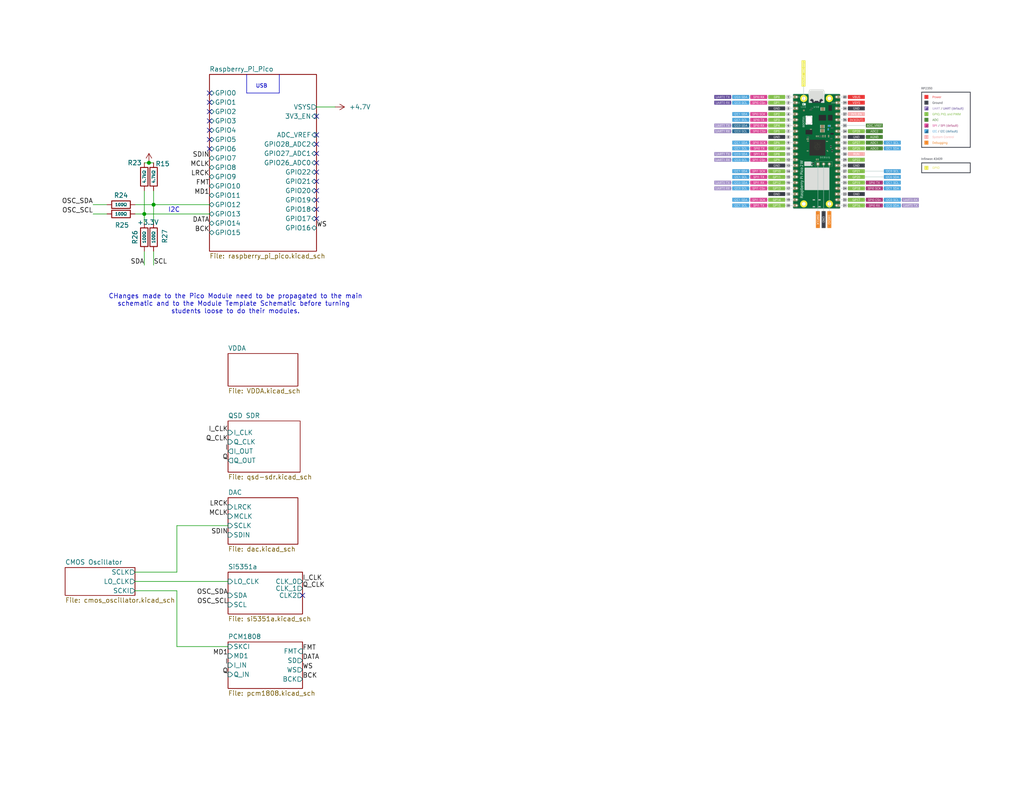
<source format=kicad_sch>
(kicad_sch (version 20250114) (generator "eeschema") (generator_version "9.0")
  (paper "USLetter")
  (lib_symbols
    (symbol "PCM_JLCPCB-Resistors:0805,100Ω" (pin_numbers (hide yes)) (pin_names (offset 0))
      (property "Reference" "R" (at 1.778 0 0))
      (property "Value" "100Ω" (at 0 0 90))
      (symbol "0805,100Ω_0_1"
        (rectangle (start -1.016 2.54) (end 1.016 -2.54) (stroke (width 0.254)))
      )
      (symbol "0805,100Ω_1_1"
        (pin passive line (at 0 3.81 270) (length 1.27) (name "~") (number "1"))
        (pin passive line (at 0 -3.81 90) (length 1.27) (name "~") (number "2"))
      )
    )
    (symbol "PCM_JLCPCB-Resistors:0805,4.7kΩ" (pin_numbers (hide yes)) (pin_names (offset 0))
      (property "Reference" "R" (at 1.778 0 0))
      (property "Value" "4.7kΩ" (at 0 0 90))
      (symbol "0805,4.7kΩ_0_1"
        (rectangle (start -1.016 2.54) (end 1.016 -2.54) (stroke (width 0.254)))
      )
      (symbol "0805,4.7kΩ_1_1"
        (pin passive line (at 0 3.81 270) (length 1.27) (name "~") (number "1"))
        (pin passive line (at 0 -3.81 90) (length 1.27) (name "~") (number "2"))
      )
    )
    (symbol "power:+3.3V" (power) (pin_names (offset 0))
      (property "Value" "+3.3V" (at 0 3.556 0))
      (symbol "+3.3V_0_1"
        (polyline (pts (xy -0.762 1.27) (xy 0 2.54)))
        (polyline (pts (xy 0 2.54) (xy 0.762 1.27)))
        (polyline (pts (xy 0 0) (xy 0 2.54)))
      )
      (symbol "+3.3V_1_1"
        (pin power_in line (at 0 0 90) (length 0) (hide yes) (name "+3.3V") (number "1"))
      )
    )
    (symbol "power:+5V" (power) (pin_names (offset 0))
      (property "Value" "+5V" (at 0 3.556 0))
      (symbol "+5V_0_1"
        (polyline (pts (xy -0.762 1.27) (xy 0 2.54)))
        (polyline (pts (xy 0 2.54) (xy 0.762 1.27)))
        (polyline (pts (xy 0 0) (xy 0 2.54)))
      )
      (symbol "+5V_1_1"
        (pin power_in line (at 0 0 90) (length 0) (hide yes) (name "+5V") (number "1"))
      )
    )
  )
  (text "CHanges made to the Pico Module need to be propagated to the main\nschematic and to the Module Template Schematic before turning \nstudents loose to do their modules." (at 64.262 83.058 0) (effects (font (size 1.27 1.27))))
  (text "I2C" (at 47.498 57.404 0) (effects (font (size 1.27 1.27))))
  (text "USB" (at 71.374 23.622 0) (effects (font (size 1.016 1.016))))
  (junction (at 39.37 58.42))
  (junction (at 40.64 44.45))
  (junction (at 41.91 55.88))
  (no_connect (at 86.36 59.69))
  (no_connect (at 86.36 49.53))
  (no_connect (at 57.15 27.94))
  (no_connect (at 57.15 25.4))
  (no_connect (at 86.36 44.45))
  (no_connect (at 57.15 35.56))
  (no_connect (at 57.15 30.48))
  (no_connect (at 86.36 52.07))
  (no_connect (at 57.15 33.02))
  (no_connect (at 86.36 54.61))
  (no_connect (at 82.55 162.56))
  (no_connect (at 86.36 46.99))
  (no_connect (at 57.15 40.64))
  (no_connect (at 86.36 39.37))
  (no_connect (at 86.36 36.83))
  (no_connect (at 57.15 38.1))
  (no_connect (at 86.36 41.91))
  (no_connect (at 86.36 57.15))
  (no_connect (at 86.36 31.75))
  (wire (pts (xy 36.83 55.88) (xy 41.91 55.88)))
  (wire (pts (xy 48.26 176.53) (xy 48.26 161.29)))
  (wire (pts (xy 41.91 68.58) (xy 41.91 72.39)))
  (wire (pts (xy 39.37 58.42) (xy 57.15 58.42)))
  (wire (pts (xy 39.37 68.58) (xy 39.37 72.39)))
  (polyline (pts (xy 67.31 25.4) (xy 76.2 25.4)))
  (wire (pts (xy 62.23 176.53) (xy 48.26 176.53)))
  (wire (pts (xy 41.91 52.07) (xy 41.91 55.88)))
  (wire (pts (xy 36.83 158.75) (xy 62.23 158.75)))
  (wire (pts (xy 25.4 58.42) (xy 29.21 58.42)))
  (wire (pts (xy 39.37 58.42) (xy 39.37 60.96)))
  (wire (pts (xy 39.37 52.07) (xy 39.37 58.42)))
  (wire (pts (xy 41.91 55.88) (xy 41.91 60.96)))
  (wire (pts (xy 39.37 44.45) (xy 40.64 44.45)))
  (wire (pts (xy 36.83 58.42) (xy 39.37 58.42)))
  (polyline (pts (xy 76.2 20.32) (xy 76.2 25.4)))
  (wire (pts (xy 91.44 29.21) (xy 86.36 29.21)))
  (wire (pts (xy 36.83 156.21) (xy 48.26 156.21)))
  (polyline (pts (xy 67.31 20.32) (xy 67.31 25.4)))
  (wire (pts (xy 48.26 143.51) (xy 62.23 143.51)))
  (wire (pts (xy 25.4 55.88) (xy 29.21 55.88)))
  (wire (pts (xy 48.26 156.21) (xy 48.26 143.51)))
  (wire (pts (xy 40.64 44.45) (xy 41.91 44.45)))
  (wire (pts (xy 48.26 161.29) (xy 36.83 161.29)))
  (wire (pts (xy 41.91 55.88) (xy 57.15 55.88)))
  (image (at 229.87 39.37))
  (label "WS" (at 82.55 182.88 0))
  (label "MCLK" (at 62.23 140.97 180))
  (label "SCL" (at 41.91 72.39 0))
  (label "OSC_SCL" (at 25.4 58.42 180))
  (label "I_CLK" (at 62.23 118.11 180))
  (label "DATA" (at 57.15 60.96 180))
  (label "BCK" (at 57.15 63.5 180))
  (label "Q_CLK" (at 62.23 120.65 180))
  (label "I" (at 62.23 123.19 180))
  (label "MCLK" (at 57.15 45.72 180))
  (label "OSC_SDA" (at 25.4 55.88 180))
  (label "Q" (at 62.23 184.15 180))
  (label "SDIN" (at 62.23 146.05 180))
  (label "OSC_SDA" (at 62.23 162.56 180))
  (label "Q" (at 62.23 125.73 180))
  (label "I_CLK" (at 82.55 158.75 0))
  (label "Q_CLK" (at 82.55 160.655 0))
  (label "SDA" (at 39.37 72.39 180))
  (label "SDIN" (at 57.15 43.18 180))
  (label "LRCK" (at 57.15 48.26 180))
  (label "WS" (at 86.36 62.23 0))
  (label "OSC_SCL" (at 62.23 165.1 180))
  (label "I" (at 62.23 181.61 180))
  (label "FMT" (at 57.15 50.8 180))
  (label "LRCK" (at 62.23 138.43 180))
  (label "FMT" (at 82.55 177.8 0))
  (label "BCK" (at 82.55 185.42 0))
  (label "DATA" (at 82.55 180.34 0))
  (label "MD1" (at 62.23 179.07 180))
  (label "MD1" (at 57.15 53.34 180))
  (symbol (lib_id "PCM_JLCPCB-Resistors:0805,100Ω") (at 41.91 64.77 180) (unit 1)
    (property "Reference" "R27" (at 44.958 64.516 90))
    (property "Value" "100Ω" (at 41.91 64.77 90) (effects (font (size 0.8 0.8))))
    (property "Footprint" "PCM_JLCPCB:R_0805" (effects (hide yes)))
    (property "Datasheet" "https://www.lcsc.com/datasheet/lcsc_datasheet_2411221126_UNI-ROYAL-Uniroyal-Elec-0805W8F1000T5E_C17408.pdf" (effects (hide yes)))
    (property "Description" "125mW Thick Film Resistors 150V ±100ppm/°C ±1% 100Ω 0805 Chip Resistor - Surface Mount ROHS" (effects (hide yes)))
    (property "LCSC" "C17408" (effects (hide yes)))
    (property "Stock" "3356429" (effects (hide yes)))
    (property "Price" "0.005USD" (effects (hide yes)))
    (property "Process" "SMT" (effects (hide yes)))
    (property "Minimum Qty" "20" (effects (hide yes)))
    (property "Attrition Qty" "10" (effects (hide yes)))
    (property "Class" "Basic Component" (effects (hide yes)))
    (property "Category" "Resistors,Chip Resistor - Surface Mount" (effects (hide yes)))
    (property "Manufacturer" "UNI-ROYAL(Uniroyal Elec)" (effects (hide yes)))
    (property "Part" "0805W8F1000T5E" (effects (hide yes)))
    (property "Resistance" "100Ω" (effects (hide yes)))
    (property "Power(Watts)" "125mW" (effects (hide yes)))
    (property "Type" "Thick Film Resistors" (effects (hide yes)))
    (property "Overload Voltage (Max)" "150V" (effects (hide yes)))
    (property "Operating Temperature Range" "-55°C~+155°C" (effects (hide yes)))
    (property "Tolerance" "±1%" (effects (hide yes)))
    (property "Temperature Coefficient" "±100ppm/°C" (effects (hide yes)))
  )
  (symbol (lib_id "PCM_JLCPCB-Resistors:0805,4.7kΩ") (at 39.37 48.26 0) (unit 1)
    (property "Reference" "R23" (at 34.798 44.45 0) (effects (justify left)))
    (property "Value" "4.7kΩ" (at 39.37 48.26 90) (effects (font (size 0.8 0.8))))
    (property "Footprint" "PCM_JLCPCB:R_0805" (effects (hide yes)))
    (property "Datasheet" "https://www.lcsc.com/datasheet/lcsc_datasheet_2206010200_UNI-ROYAL-Uniroyal-Elec-0805W8F4701T5E_C17673.pdf" (effects (hide yes)))
    (property "Description" "125mW Thick Film Resistors 150V ±100ppm/°C ±1% 4.7kΩ 0805 Chip Resistor - Surface Mount ROHS" (effects (hide yes)))
    (property "LCSC" "C17673" (effects (hide yes)))
    (property "Stock" "4733934" (effects (hide yes)))
    (property "Price" "0.005USD" (effects (hide yes)))
    (property "Process" "SMT" (effects (hide yes)))
    (property "Minimum Qty" "20" (effects (hide yes)))
    (property "Attrition Qty" "6" (effects (hide yes)))
    (property "Class" "Basic Component" (effects (hide yes)))
    (property "Category" "Resistors,Chip Resistor - Surface Mount" (effects (hide yes)))
    (property "Manufacturer" "UNI-ROYAL(Uniroyal Elec)" (effects (hide yes)))
    (property "Part" "0805W8F4701T5E" (effects (hide yes)))
    (property "Resistance" "4.7kΩ" (effects (hide yes)))
    (property "Power(Watts)" "125mW" (effects (hide yes)))
    (property "Type" "Thick Film Resistors" (effects (hide yes)))
    (property "Overload Voltage (Max)" "150V" (effects (hide yes)))
    (property "Operating Temperature Range" "-55°C~+155°C" (effects (hide yes)))
    (property "Tolerance" "±1%" (effects (hide yes)))
    (property "Temperature Coefficient" "±100ppm/°C" (effects (hide yes)))
  )
  (symbol (lib_id "power:+3.3V") (at 40.64 44.45 0) (mirror y) (unit 1)
    (property "Reference" "#PWR069" (effects (hide yes)))
    (property "Value" "+3.3V" (at 40.386 60.706 0))
  )
  (symbol (lib_id "PCM_JLCPCB-Resistors:0805,100Ω") (at 39.37 64.77 180) (unit 1)
    (property "Reference" "R26" (at 36.83 64.77 90))
    (property "Value" "100Ω" (at 39.37 64.77 90) (effects (font (size 0.8 0.8))))
    (property "Footprint" "PCM_JLCPCB:R_0805" (effects (hide yes)))
    (property "Datasheet" "https://www.lcsc.com/datasheet/lcsc_datasheet_2411221126_UNI-ROYAL-Uniroyal-Elec-0805W8F1000T5E_C17408.pdf" (effects (hide yes)))
    (property "Description" "125mW Thick Film Resistors 150V ±100ppm/°C ±1% 100Ω 0805 Chip Resistor - Surface Mount ROHS" (effects (hide yes)))
    (property "LCSC" "C17408" (effects (hide yes)))
    (property "Stock" "3356429" (effects (hide yes)))
    (property "Price" "0.005USD" (effects (hide yes)))
    (property "Process" "SMT" (effects (hide yes)))
    (property "Minimum Qty" "20" (effects (hide yes)))
    (property "Attrition Qty" "10" (effects (hide yes)))
    (property "Class" "Basic Component" (effects (hide yes)))
    (property "Category" "Resistors,Chip Resistor - Surface Mount" (effects (hide yes)))
    (property "Manufacturer" "UNI-ROYAL(Uniroyal Elec)" (effects (hide yes)))
    (property "Part" "0805W8F1000T5E" (effects (hide yes)))
    (property "Resistance" "100Ω" (effects (hide yes)))
    (property "Power(Watts)" "125mW" (effects (hide yes)))
    (property "Type" "Thick Film Resistors" (effects (hide yes)))
    (property "Overload Voltage (Max)" "150V" (effects (hide yes)))
    (property "Operating Temperature Range" "-55°C~+155°C" (effects (hide yes)))
    (property "Tolerance" "±1%" (effects (hide yes)))
    (property "Temperature Coefficient" "±100ppm/°C" (effects (hide yes)))
  )
  (symbol (lib_id "power:+5V") (at 91.44 29.21 270) (mirror x) (unit 1)
    (property "Reference" "#PWR070" (effects (hide yes)))
    (property "Value" "+4.7V" (at 95.25 29.2099 90) (effects (justify left)))
  )
  (symbol (lib_id "PCM_JLCPCB-Resistors:0805,100Ω") (at 33.02 55.88 90) (unit 1)
    (property "Reference" "R24" (at 33.02 53.34 90))
    (property "Value" "100Ω" (at 33.02 55.88 90) (effects (font (size 0.8 0.8))))
    (property "Footprint" "PCM_JLCPCB:R_0805" (effects (hide yes)))
    (property "Datasheet" "https://www.lcsc.com/datasheet/lcsc_datasheet_2411221126_UNI-ROYAL-Uniroyal-Elec-0805W8F1000T5E_C17408.pdf" (effects (hide yes)))
    (property "Description" "125mW Thick Film Resistors 150V ±100ppm/°C ±1% 100Ω 0805 Chip Resistor - Surface Mount ROHS" (effects (hide yes)))
    (property "LCSC" "C17408" (effects (hide yes)))
    (property "Stock" "3356429" (effects (hide yes)))
    (property "Price" "0.005USD" (effects (hide yes)))
    (property "Process" "SMT" (effects (hide yes)))
    (property "Minimum Qty" "20" (effects (hide yes)))
    (property "Attrition Qty" "10" (effects (hide yes)))
    (property "Class" "Basic Component" (effects (hide yes)))
    (property "Category" "Resistors,Chip Resistor - Surface Mount" (effects (hide yes)))
    (property "Manufacturer" "UNI-ROYAL(Uniroyal Elec)" (effects (hide yes)))
    (property "Part" "0805W8F1000T5E" (effects (hide yes)))
    (property "Resistance" "100Ω" (effects (hide yes)))
    (property "Power(Watts)" "125mW" (effects (hide yes)))
    (property "Type" "Thick Film Resistors" (effects (hide yes)))
    (property "Overload Voltage (Max)" "150V" (effects (hide yes)))
    (property "Operating Temperature Range" "-55°C~+155°C" (effects (hide yes)))
    (property "Tolerance" "±1%" (effects (hide yes)))
    (property "Temperature Coefficient" "±100ppm/°C" (effects (hide yes)))
  )
  (symbol (lib_id "PCM_JLCPCB-Resistors:0805,100Ω") (at 33.02 58.42 90) (unit 1)
    (property "Reference" "R25" (at 33.274 61.468 90))
    (property "Value" "100Ω" (at 33.02 58.42 90) (effects (font (size 0.8 0.8))))
    (property "Footprint" "PCM_JLCPCB:R_0805" (effects (hide yes)))
    (property "Datasheet" "https://www.lcsc.com/datasheet/lcsc_datasheet_2411221126_UNI-ROYAL-Uniroyal-Elec-0805W8F1000T5E_C17408.pdf" (effects (hide yes)))
    (property "Description" "125mW Thick Film Resistors 150V ±100ppm/°C ±1% 100Ω 0805 Chip Resistor - Surface Mount ROHS" (effects (hide yes)))
    (property "LCSC" "C17408" (effects (hide yes)))
    (property "Stock" "3356429" (effects (hide yes)))
    (property "Price" "0.005USD" (effects (hide yes)))
    (property "Process" "SMT" (effects (hide yes)))
    (property "Minimum Qty" "20" (effects (hide yes)))
    (property "Attrition Qty" "10" (effects (hide yes)))
    (property "Class" "Basic Component" (effects (hide yes)))
    (property "Category" "Resistors,Chip Resistor - Surface Mount" (effects (hide yes)))
    (property "Manufacturer" "UNI-ROYAL(Uniroyal Elec)" (effects (hide yes)))
    (property "Part" "0805W8F1000T5E" (effects (hide yes)))
    (property "Resistance" "100Ω" (effects (hide yes)))
    (property "Power(Watts)" "125mW" (effects (hide yes)))
    (property "Type" "Thick Film Resistors" (effects (hide yes)))
    (property "Overload Voltage (Max)" "150V" (effects (hide yes)))
    (property "Operating Temperature Range" "-55°C~+155°C" (effects (hide yes)))
    (property "Tolerance" "±1%" (effects (hide yes)))
    (property "Temperature Coefficient" "±100ppm/°C" (effects (hide yes)))
  )
  (symbol (lib_id "PCM_JLCPCB-Resistors:0805,4.7kΩ") (at 41.91 48.26 0) (unit 1)
    (property "Reference" "R15" (at 42.418 44.704 0) (effects (justify left)))
    (property "Value" "4.7kΩ" (at 41.91 48.26 90) (effects (font (size 0.8 0.8))))
    (property "Footprint" "PCM_JLCPCB:R_0805" (effects (hide yes)))
    (property "Datasheet" "https://www.lcsc.com/datasheet/lcsc_datasheet_2206010200_UNI-ROYAL-Uniroyal-Elec-0805W8F4701T5E_C17673.pdf" (effects (hide yes)))
    (property "Description" "125mW Thick Film Resistors 150V ±100ppm/°C ±1% 4.7kΩ 0805 Chip Resistor - Surface Mount ROHS" (effects (hide yes)))
    (property "LCSC" "C17673" (effects (hide yes)))
    (property "Stock" "4733934" (effects (hide yes)))
    (property "Price" "0.005USD" (effects (hide yes)))
    (property "Process" "SMT" (effects (hide yes)))
    (property "Minimum Qty" "20" (effects (hide yes)))
    (property "Attrition Qty" "6" (effects (hide yes)))
    (property "Class" "Basic Component" (effects (hide yes)))
    (property "Category" "Resistors,Chip Resistor - Surface Mount" (effects (hide yes)))
    (property "Manufacturer" "UNI-ROYAL(Uniroyal Elec)" (effects (hide yes)))
    (property "Part" "0805W8F4701T5E" (effects (hide yes)))
    (property "Resistance" "4.7kΩ" (effects (hide yes)))
    (property "Power(Watts)" "125mW" (effects (hide yes)))
    (property "Type" "Thick Film Resistors" (effects (hide yes)))
    (property "Overload Voltage (Max)" "150V" (effects (hide yes)))
    (property "Operating Temperature Range" "-55°C~+155°C" (effects (hide yes)))
    (property "Tolerance" "±1%" (effects (hide yes)))
    (property "Temperature Coefficient" "±100ppm/°C" (effects (hide yes)))
  )
  (sheet (at 62.23 175.26) (size 20.32 12.7) (stroke (width 0.1524))
    (property "Sheetname" "PCM1808" (at 62.23 174.5484 0) (effects (justify left bottom)))
    (property "Sheetfile" "pcm1808.kicad_sch" (at 62.23 188.5446 0) (effects (justify left top)))
    (pin "BCK" output (at 82.55 185.42 0))
    (pin "I_IN" input (at 62.23 181.61 180))
    (pin "Q_IN" input (at 62.23 184.15 180))
    (pin "SD" output (at 82.55 180.34 0))
    (pin "WS" output (at 82.55 182.88 0))
    (pin "MD1" input (at 62.23 179.07 180))
    (pin "FMT" input (at 82.55 177.8 0))
    (pin "SKCI" input (at 62.23 176.53 180))
  )
  (sheet (at 17.78 154.94) (size 19.05 7.62) (stroke (width 0.1524))
    (property "Sheetname" "CMOS Oscillator" (at 17.78 154.2284 0) (effects (justify left bottom)))
    (property "Sheetfile" "cmos_oscillator.kicad_sch" (at 17.78 163.1446 0) (effects (justify left top)))
    (pin "LO_CLK" output (at 36.83 158.75 0))
    (pin "SCKI" output (at 36.83 161.29 0))
    (pin "SCLK" output (at 36.83 156.21 0))
  )
  (sheet (at 62.23 135.89) (size 19.05 12.7) (stroke (width 0.1524))
    (property "Sheetname" "DAC" (at 62.23 135.1784 0) (effects (justify left bottom)))
    (property "Sheetfile" "dac.kicad_sch" (at 62.23 149.1746 0) (effects (justify left top)))
    (pin "LRCK" input (at 62.23 138.43 180))
    (pin "MCLK" input (at 62.23 140.97 180))
    (pin "SCLK" input (at 62.23 143.51 180))
    (pin "SDIN" input (at 62.23 146.05 180))
  )
  (sheet (at 62.23 156.21) (size 20.32 11.43) (stroke (width 0.1524))
    (property "Sheetname" "Si5351a" (at 62.23 155.4984 0) (effects (justify left bottom)))
    (property "Sheetfile" "si5351a.kicad_sch" (at 62.23 168.2246 0) (effects (justify left top)))
    (pin "SDA" input (at 62.23 162.56 180))
    (pin "SCL" input (at 62.23 165.1 180))
    (pin "CLK_0" output (at 82.55 158.75 0))
    (pin "CLK_1" output (at 82.55 160.655 0))
    (pin "CLK2" output (at 82.55 162.56 0))
    (pin "LO_CLK" input (at 62.23 158.75 180))
  )
  (sheet (at 62.23 114.935) (size 19.685 13.97) (stroke (width 0.1524))
    (property "Sheetname" "QSD SDR" (at 62.23 114.2234 0) (effects (justify left bottom)))
    (property "Sheetfile" "qsd-sdr.kicad_sch" (at 62.23 129.4896 0) (effects (justify left top)))
    (pin "I_CLK" input (at 62.23 118.11 180))
    (pin "Q_CLK" input (at 62.23 120.65 180))
    (pin "I_OUT" output (at 62.23 123.19 180))
    (pin "Q_OUT" output (at 62.23 125.73 180))
  )
  (sheet (at 62.23 96.52) (size 19.05 8.89) (stroke (width 0.1524))
    (property "Sheetname" "VDDA" (at 62.23 95.8084 0) (effects (justify left bottom)))
    (property "Sheetfile" "VDDA.kicad_sch" (at 62.23 105.9946 0) (effects (justify left top)))
  )
  (sheet (at 57.15 20.32) (size 29.21 48.26) (stroke (width 0.1524))
    (property "Sheetname" "Raspberry_Pi_Pico" (at 57.15 19.6084 0) (effects (justify left bottom)))
    (property "Sheetfile" "raspberry_pi_pico.kicad_sch" (at 57.15 69.1646 0) (effects (justify left top)))
    (pin "GPIO28_ADC2" bidirectional (at 86.36 39.37 0))
    (pin "GPIO26_ADC0" bidirectional (at 86.36 44.45 0))
    (pin "ADC_VREF" input (at 86.36 36.83 0))
    (pin "GPIO27_ADC1" bidirectional (at 86.36 41.91 0))
    (pin "VSYS" output (at 86.36 29.21 0))
    (pin "3V3_EN" input (at 86.36 31.75 0))
    (pin "GPIO18" bidirectional (at 86.36 57.15 0))
    (pin "GPIO21" bidirectional (at 86.36 49.53 0))
    (pin "GPIO19" bidirectional (at 86.36 54.61 0))
    (pin "GPIO20" bidirectional (at 86.36 52.07 0))
    (pin "GPIO22" bidirectional (at 86.36 46.99 0))
    (pin "GPIO17" bidirectional (at 86.36 59.69 0))
    (pin "GPIO16" bidirectional (at 86.36 62.23 0))
    (pin "GPIO4" bidirectional (at 57.15 35.56 180))
    (pin "GPIO8" bidirectional (at 57.15 45.72 180))
    (pin "GPIO0" bidirectional (at 57.15 25.4 180))
    (pin "GPIO1" bidirectional (at 57.15 27.94 180))
    (pin "GPIO2" bidirectional (at 57.15 30.48 180))
    (pin "GPIO3" bidirectional (at 57.15 33.02 180))
    (pin "GPIO7" bidirectional (at 57.15 43.18 180))
    (pin "GPIO5" bidirectional (at 57.15 38.1 180))
    (pin "GPIO6" bidirectional (at 57.15 40.64 180))
    (pin "GPIO9" bidirectional (at 57.15 48.26 180))
    (pin "GPIO10" bidirectional (at 57.15 50.8 180))
    (pin "GPIO11" bidirectional (at 57.15 53.34 180))
    (pin "GPIO12" bidirectional (at 57.15 55.88 180))
    (pin "GPIO13" bidirectional (at 57.15 58.42 180))
    (pin "GPIO14" bidirectional (at 57.15 60.96 180))
    (pin "GPIO15" bidirectional (at 57.15 63.5 180))
  )
)
</source>
